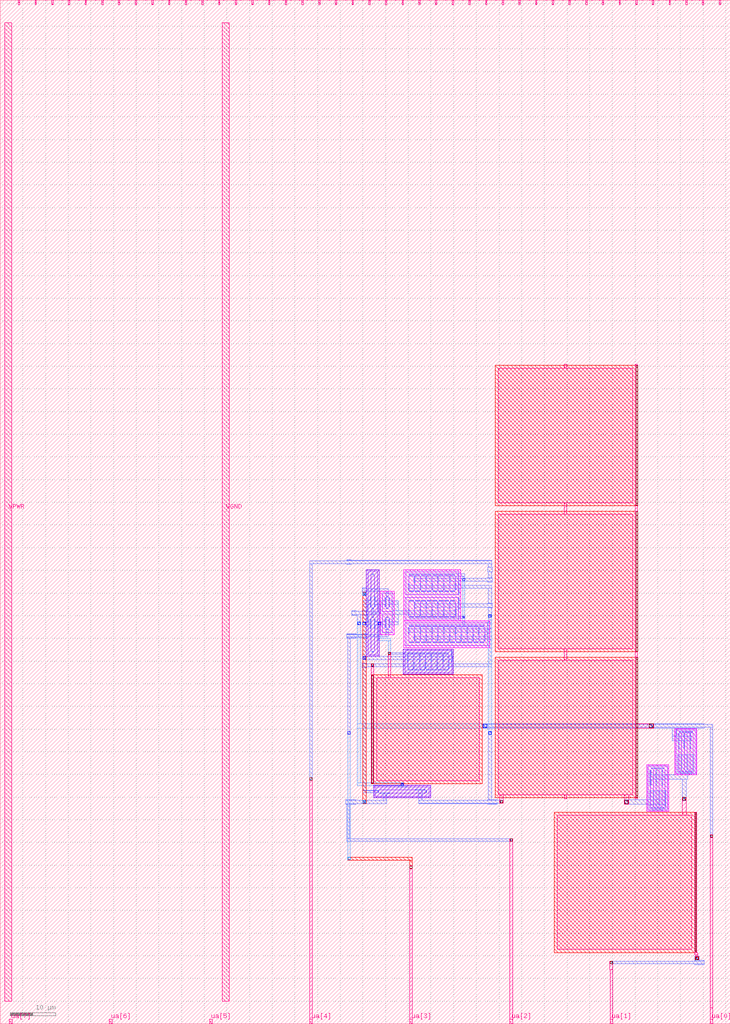
<source format=lef>
VERSION 5.7 ;
  NOWIREEXTENSIONATPIN ON ;
  DIVIDERCHAR "/" ;
  BUSBITCHARS "[]" ;
MACRO tt_um_edsonsilva17_ldo
  CLASS BLOCK ;
  FOREIGN tt_um_edsonsilva17_ldo ;
  ORIGIN 0.000 0.000 ;
  SIZE 161.000 BY 225.760 ;
  PIN clk
    DIRECTION INPUT ;
    USE SIGNAL ;
    PORT
      LAYER met4 ;
        RECT 154.870 224.760 155.170 225.760 ;
    END
  END clk
  PIN ena
    DIRECTION INPUT ;
    USE SIGNAL ;
    PORT
      LAYER met4 ;
        RECT 158.550 224.760 158.850 225.760 ;
    END
  END ena
  PIN rst_n
    DIRECTION INPUT ;
    USE SIGNAL ;
    PORT
      LAYER met4 ;
        RECT 151.190 224.760 151.490 225.760 ;
    END
  END rst_n
  PIN ua[0]
    DIRECTION INOUT ;
    USE SIGNAL ;
    PORT
      LAYER met4 ;
        RECT 156.560 0.000 157.160 1.000 ;
    END
  END ua[0]
  PIN ua[1]
    DIRECTION INOUT ;
    USE SIGNAL ;
    PORT
      LAYER met4 ;
        RECT 134.480 0.000 135.080 1.000 ;
    END
  END ua[1]
  PIN ua[2]
    DIRECTION INOUT ;
    USE SIGNAL ;
    PORT
      LAYER met4 ;
        RECT 112.400 0.000 113.000 1.000 ;
    END
  END ua[2]
  PIN ua[3]
    DIRECTION INOUT ;
    USE SIGNAL ;
    PORT
      LAYER met4 ;
        RECT 90.320 0.000 90.920 1.000 ;
    END
  END ua[3]
  PIN ua[4]
    DIRECTION INOUT ;
    USE SIGNAL ;
    PORT
      LAYER met4 ;
        RECT 68.240 0.000 68.840 1.000 ;
    END
  END ua[4]
  PIN ua[5]
    DIRECTION INOUT ;
    USE SIGNAL ;
    PORT
      LAYER met4 ;
        RECT 46.160 0.000 46.760 1.000 ;
    END
  END ua[5]
  PIN ua[6]
    DIRECTION INOUT ;
    USE SIGNAL ;
    PORT
      LAYER met4 ;
        RECT 24.080 0.000 24.680 1.000 ;
    END
  END ua[6]
  PIN ua[7]
    DIRECTION INOUT ;
    USE SIGNAL ;
    PORT
      LAYER met4 ;
        RECT 2.000 0.000 2.600 1.000 ;
    END
  END ua[7]
  PIN ui_in[0]
    DIRECTION INPUT ;
    USE SIGNAL ;
    PORT
      LAYER met4 ;
        RECT 147.510 224.760 147.810 225.760 ;
    END
  END ui_in[0]
  PIN ui_in[1]
    DIRECTION INPUT ;
    USE SIGNAL ;
    PORT
      LAYER met4 ;
        RECT 143.830 224.760 144.130 225.760 ;
    END
  END ui_in[1]
  PIN ui_in[2]
    DIRECTION INPUT ;
    USE SIGNAL ;
    PORT
      LAYER met4 ;
        RECT 140.150 224.760 140.450 225.760 ;
    END
  END ui_in[2]
  PIN ui_in[3]
    DIRECTION INPUT ;
    USE SIGNAL ;
    PORT
      LAYER met4 ;
        RECT 136.470 224.760 136.770 225.760 ;
    END
  END ui_in[3]
  PIN ui_in[4]
    DIRECTION INPUT ;
    USE SIGNAL ;
    PORT
      LAYER met4 ;
        RECT 132.790 224.760 133.090 225.760 ;
    END
  END ui_in[4]
  PIN ui_in[5]
    DIRECTION INPUT ;
    USE SIGNAL ;
    PORT
      LAYER met4 ;
        RECT 129.110 224.760 129.410 225.760 ;
    END
  END ui_in[5]
  PIN ui_in[6]
    DIRECTION INPUT ;
    USE SIGNAL ;
    PORT
      LAYER met4 ;
        RECT 125.430 224.760 125.730 225.760 ;
    END
  END ui_in[6]
  PIN ui_in[7]
    DIRECTION INPUT ;
    USE SIGNAL ;
    PORT
      LAYER met4 ;
        RECT 121.750 224.760 122.050 225.760 ;
    END
  END ui_in[7]
  PIN uio_in[0]
    DIRECTION INPUT ;
    USE SIGNAL ;
    PORT
      LAYER met4 ;
        RECT 118.070 224.760 118.370 225.760 ;
    END
  END uio_in[0]
  PIN uio_in[1]
    DIRECTION INPUT ;
    USE SIGNAL ;
    PORT
      LAYER met4 ;
        RECT 114.390 224.760 114.690 225.760 ;
    END
  END uio_in[1]
  PIN uio_in[2]
    DIRECTION INPUT ;
    USE SIGNAL ;
    PORT
      LAYER met4 ;
        RECT 110.710 224.760 111.010 225.760 ;
    END
  END uio_in[2]
  PIN uio_in[3]
    DIRECTION INPUT ;
    USE SIGNAL ;
    PORT
      LAYER met4 ;
        RECT 107.030 224.760 107.330 225.760 ;
    END
  END uio_in[3]
  PIN uio_in[4]
    DIRECTION INPUT ;
    USE SIGNAL ;
    PORT
      LAYER met4 ;
        RECT 103.350 224.760 103.650 225.760 ;
    END
  END uio_in[4]
  PIN uio_in[5]
    DIRECTION INPUT ;
    USE SIGNAL ;
    PORT
      LAYER met4 ;
        RECT 99.670 224.760 99.970 225.760 ;
    END
  END uio_in[5]
  PIN uio_in[6]
    DIRECTION INPUT ;
    USE SIGNAL ;
    PORT
      LAYER met4 ;
        RECT 95.990 224.760 96.290 225.760 ;
    END
  END uio_in[6]
  PIN uio_in[7]
    DIRECTION INPUT ;
    USE SIGNAL ;
    PORT
      LAYER met4 ;
        RECT 92.310 224.760 92.610 225.760 ;
    END
  END uio_in[7]
  PIN uio_oe[0]
    DIRECTION OUTPUT TRISTATE ;
    USE SIGNAL ;
    PORT
      LAYER met4 ;
        RECT 29.750 224.760 30.050 225.760 ;
    END
  END uio_oe[0]
  PIN uio_oe[1]
    DIRECTION OUTPUT TRISTATE ;
    USE SIGNAL ;
    PORT
      LAYER met4 ;
        RECT 26.070 224.760 26.370 225.760 ;
    END
  END uio_oe[1]
  PIN uio_oe[2]
    DIRECTION OUTPUT TRISTATE ;
    USE SIGNAL ;
    PORT
      LAYER met4 ;
        RECT 22.390 224.760 22.690 225.760 ;
    END
  END uio_oe[2]
  PIN uio_oe[3]
    DIRECTION OUTPUT TRISTATE ;
    USE SIGNAL ;
    PORT
      LAYER met4 ;
        RECT 18.710 224.760 19.010 225.760 ;
    END
  END uio_oe[3]
  PIN uio_oe[4]
    DIRECTION OUTPUT TRISTATE ;
    USE SIGNAL ;
    PORT
      LAYER met4 ;
        RECT 15.030 224.760 15.330 225.760 ;
    END
  END uio_oe[4]
  PIN uio_oe[5]
    DIRECTION OUTPUT TRISTATE ;
    USE SIGNAL ;
    PORT
      LAYER met4 ;
        RECT 11.350 224.760 11.650 225.760 ;
    END
  END uio_oe[5]
  PIN uio_oe[6]
    DIRECTION OUTPUT TRISTATE ;
    USE SIGNAL ;
    PORT
      LAYER met4 ;
        RECT 7.670 224.760 7.970 225.760 ;
    END
  END uio_oe[6]
  PIN uio_oe[7]
    DIRECTION OUTPUT TRISTATE ;
    USE SIGNAL ;
    PORT
      LAYER met4 ;
        RECT 3.990 224.760 4.290 225.760 ;
    END
  END uio_oe[7]
  PIN uio_out[0]
    DIRECTION OUTPUT TRISTATE ;
    USE SIGNAL ;
    PORT
      LAYER met4 ;
        RECT 59.190 224.760 59.490 225.760 ;
    END
  END uio_out[0]
  PIN uio_out[1]
    DIRECTION OUTPUT TRISTATE ;
    USE SIGNAL ;
    PORT
      LAYER met4 ;
        RECT 55.510 224.760 55.810 225.760 ;
    END
  END uio_out[1]
  PIN uio_out[2]
    DIRECTION OUTPUT TRISTATE ;
    USE SIGNAL ;
    PORT
      LAYER met4 ;
        RECT 51.830 224.760 52.130 225.760 ;
    END
  END uio_out[2]
  PIN uio_out[3]
    DIRECTION OUTPUT TRISTATE ;
    USE SIGNAL ;
    PORT
      LAYER met4 ;
        RECT 48.150 224.760 48.450 225.760 ;
    END
  END uio_out[3]
  PIN uio_out[4]
    DIRECTION OUTPUT TRISTATE ;
    USE SIGNAL ;
    PORT
      LAYER met4 ;
        RECT 44.470 224.760 44.770 225.760 ;
    END
  END uio_out[4]
  PIN uio_out[5]
    DIRECTION OUTPUT TRISTATE ;
    USE SIGNAL ;
    PORT
      LAYER met4 ;
        RECT 40.790 224.760 41.090 225.760 ;
    END
  END uio_out[5]
  PIN uio_out[6]
    DIRECTION OUTPUT TRISTATE ;
    USE SIGNAL ;
    PORT
      LAYER met4 ;
        RECT 37.110 224.760 37.410 225.760 ;
    END
  END uio_out[6]
  PIN uio_out[7]
    DIRECTION OUTPUT TRISTATE ;
    USE SIGNAL ;
    PORT
      LAYER met4 ;
        RECT 33.430 224.760 33.730 225.760 ;
    END
  END uio_out[7]
  PIN uo_out[0]
    DIRECTION OUTPUT TRISTATE ;
    USE SIGNAL ;
    PORT
      LAYER met4 ;
        RECT 88.630 224.760 88.930 225.760 ;
    END
  END uo_out[0]
  PIN uo_out[1]
    DIRECTION OUTPUT TRISTATE ;
    USE SIGNAL ;
    PORT
      LAYER met4 ;
        RECT 84.950 224.760 85.250 225.760 ;
    END
  END uo_out[1]
  PIN uo_out[2]
    DIRECTION OUTPUT TRISTATE ;
    USE SIGNAL ;
    PORT
      LAYER met4 ;
        RECT 81.270 224.760 81.570 225.760 ;
    END
  END uo_out[2]
  PIN uo_out[3]
    DIRECTION OUTPUT TRISTATE ;
    USE SIGNAL ;
    PORT
      LAYER met4 ;
        RECT 77.590 224.760 77.890 225.760 ;
    END
  END uo_out[3]
  PIN uo_out[4]
    DIRECTION OUTPUT TRISTATE ;
    USE SIGNAL ;
    PORT
      LAYER met4 ;
        RECT 73.910 224.760 74.210 225.760 ;
    END
  END uo_out[4]
  PIN uo_out[5]
    DIRECTION OUTPUT TRISTATE ;
    USE SIGNAL ;
    PORT
      LAYER met4 ;
        RECT 70.230 224.760 70.530 225.760 ;
    END
  END uo_out[5]
  PIN uo_out[6]
    DIRECTION OUTPUT TRISTATE ;
    USE SIGNAL ;
    PORT
      LAYER met4 ;
        RECT 66.550 224.760 66.850 225.760 ;
    END
  END uo_out[6]
  PIN uo_out[7]
    DIRECTION OUTPUT TRISTATE ;
    USE SIGNAL ;
    PORT
      LAYER met4 ;
        RECT 62.870 224.760 63.170 225.760 ;
    END
  END uo_out[7]
  PIN VPWR
    DIRECTION INOUT ;
    USE POWER ;
    PORT
      LAYER met4 ;
        RECT 1.000 5.000 2.500 220.760 ;
    END
  END VPWR
  PIN VGND
    DIRECTION INOUT ;
    USE GROUND ;
    PORT
      LAYER met4 ;
        RECT 49.000 5.000 50.500 220.760 ;
    END
  END VGND
  OBS
      LAYER pwell ;
        RECT 80.760 81.060 83.540 100.140 ;
      LAYER nwell ;
        RECT 83.820 85.830 86.900 95.400 ;
        RECT 88.940 88.900 101.550 100.150 ;
        RECT 88.940 82.930 108.000 88.900 ;
      LAYER pwell ;
        RECT 88.920 77.060 99.940 82.640 ;
        RECT 82.385 49.815 94.965 52.595 ;
      LAYER nwell ;
        RECT 142.580 46.910 147.450 57.100 ;
        RECT 148.780 54.910 153.650 65.100 ;
      LAYER li1 ;
        RECT 81.000 99.730 83.300 99.900 ;
        RECT 81.000 90.970 81.170 99.730 ;
        RECT 81.900 99.040 82.400 99.210 ;
        RECT 81.670 91.830 81.840 98.870 ;
        RECT 82.460 91.830 82.630 98.870 ;
        RECT 81.900 91.490 82.400 91.660 ;
        RECT 83.130 90.970 83.300 99.730 ;
        RECT 89.330 99.590 101.160 99.760 ;
        RECT 81.000 90.800 83.300 90.970 ;
        RECT 84.210 94.840 86.510 95.010 ;
        RECT 84.210 90.990 84.380 94.840 ;
        RECT 85.110 94.150 85.610 94.320 ;
        RECT 84.880 91.895 85.050 93.935 ;
        RECT 85.670 91.895 85.840 93.935 ;
        RECT 85.110 91.510 85.610 91.680 ;
        RECT 86.340 90.990 86.510 94.840 ;
        RECT 89.330 94.740 89.500 99.590 ;
        RECT 90.230 98.900 91.230 99.070 ;
        RECT 91.520 98.900 92.520 99.070 ;
        RECT 92.810 98.900 93.810 99.070 ;
        RECT 94.100 98.900 95.100 99.070 ;
        RECT 95.390 98.900 96.390 99.070 ;
        RECT 96.680 98.900 97.680 99.070 ;
        RECT 97.970 98.900 98.970 99.070 ;
        RECT 99.260 98.900 100.260 99.070 ;
        RECT 90.000 95.645 90.170 98.685 ;
        RECT 91.290 95.645 91.460 98.685 ;
        RECT 92.580 95.645 92.750 98.685 ;
        RECT 93.870 95.645 94.040 98.685 ;
        RECT 95.160 95.645 95.330 98.685 ;
        RECT 96.450 95.645 96.620 98.685 ;
        RECT 97.740 95.645 97.910 98.685 ;
        RECT 99.030 95.645 99.200 98.685 ;
        RECT 100.320 95.645 100.490 98.685 ;
        RECT 90.230 95.260 91.230 95.430 ;
        RECT 91.520 95.260 92.520 95.430 ;
        RECT 92.810 95.260 93.810 95.430 ;
        RECT 94.100 95.260 95.100 95.430 ;
        RECT 95.390 95.260 96.390 95.430 ;
        RECT 96.680 95.260 97.680 95.430 ;
        RECT 97.970 95.260 98.970 95.430 ;
        RECT 99.260 95.260 100.260 95.430 ;
        RECT 100.990 94.740 101.160 99.590 ;
        RECT 89.330 94.570 101.160 94.740 ;
        RECT 84.210 90.820 86.510 90.990 ;
        RECT 89.330 93.940 101.160 94.110 ;
        RECT 81.000 90.230 83.300 90.400 ;
        RECT 81.000 81.470 81.170 90.230 ;
        RECT 81.900 89.540 82.400 89.710 ;
        RECT 81.670 82.330 81.840 89.370 ;
        RECT 82.460 82.330 82.630 89.370 ;
        RECT 81.900 81.990 82.400 82.160 ;
        RECT 83.130 81.470 83.300 90.230 ;
        RECT 84.210 90.240 86.510 90.410 ;
        RECT 84.210 86.390 84.380 90.240 ;
        RECT 85.110 89.550 85.610 89.720 ;
        RECT 84.880 87.295 85.050 89.335 ;
        RECT 85.670 87.295 85.840 89.335 ;
        RECT 85.110 86.910 85.610 87.080 ;
        RECT 86.340 86.390 86.510 90.240 ;
        RECT 89.330 89.090 89.500 93.940 ;
        RECT 90.230 93.250 91.230 93.420 ;
        RECT 91.520 93.250 92.520 93.420 ;
        RECT 92.810 93.250 93.810 93.420 ;
        RECT 94.100 93.250 95.100 93.420 ;
        RECT 95.390 93.250 96.390 93.420 ;
        RECT 96.680 93.250 97.680 93.420 ;
        RECT 97.970 93.250 98.970 93.420 ;
        RECT 99.260 93.250 100.260 93.420 ;
        RECT 90.000 89.995 90.170 93.035 ;
        RECT 91.290 89.995 91.460 93.035 ;
        RECT 92.580 89.995 92.750 93.035 ;
        RECT 93.870 89.995 94.040 93.035 ;
        RECT 95.160 89.995 95.330 93.035 ;
        RECT 96.450 89.995 96.620 93.035 ;
        RECT 97.740 89.995 97.910 93.035 ;
        RECT 99.030 89.995 99.200 93.035 ;
        RECT 100.320 89.995 100.490 93.035 ;
        RECT 90.230 89.610 91.230 89.780 ;
        RECT 91.520 89.610 92.520 89.780 ;
        RECT 92.810 89.610 93.810 89.780 ;
        RECT 94.100 89.610 95.100 89.780 ;
        RECT 95.390 89.610 96.390 89.780 ;
        RECT 96.680 89.610 97.680 89.780 ;
        RECT 97.970 89.610 98.970 89.780 ;
        RECT 99.260 89.610 100.260 89.780 ;
        RECT 100.990 89.090 101.160 93.940 ;
        RECT 89.330 88.920 101.160 89.090 ;
        RECT 84.210 86.220 86.510 86.390 ;
        RECT 89.330 88.340 107.610 88.510 ;
        RECT 89.330 83.490 89.500 88.340 ;
        RECT 90.230 87.650 91.230 87.820 ;
        RECT 91.520 87.650 92.520 87.820 ;
        RECT 92.810 87.650 93.810 87.820 ;
        RECT 94.100 87.650 95.100 87.820 ;
        RECT 95.390 87.650 96.390 87.820 ;
        RECT 96.680 87.650 97.680 87.820 ;
        RECT 97.970 87.650 98.970 87.820 ;
        RECT 99.260 87.650 100.260 87.820 ;
        RECT 100.550 87.650 101.550 87.820 ;
        RECT 101.840 87.650 102.840 87.820 ;
        RECT 103.130 87.650 104.130 87.820 ;
        RECT 104.420 87.650 105.420 87.820 ;
        RECT 105.710 87.650 106.710 87.820 ;
        RECT 90.000 84.395 90.170 87.435 ;
        RECT 91.290 84.395 91.460 87.435 ;
        RECT 92.580 84.395 92.750 87.435 ;
        RECT 93.870 84.395 94.040 87.435 ;
        RECT 95.160 84.395 95.330 87.435 ;
        RECT 96.450 84.395 96.620 87.435 ;
        RECT 97.740 84.395 97.910 87.435 ;
        RECT 99.030 84.395 99.200 87.435 ;
        RECT 100.320 84.395 100.490 87.435 ;
        RECT 101.610 84.395 101.780 87.435 ;
        RECT 102.900 84.395 103.070 87.435 ;
        RECT 104.190 84.395 104.360 87.435 ;
        RECT 105.480 84.395 105.650 87.435 ;
        RECT 106.770 84.395 106.940 87.435 ;
        RECT 90.230 84.010 91.230 84.180 ;
        RECT 91.520 84.010 92.520 84.180 ;
        RECT 92.810 84.010 93.810 84.180 ;
        RECT 94.100 84.010 95.100 84.180 ;
        RECT 95.390 84.010 96.390 84.180 ;
        RECT 96.680 84.010 97.680 84.180 ;
        RECT 97.970 84.010 98.970 84.180 ;
        RECT 99.260 84.010 100.260 84.180 ;
        RECT 100.550 84.010 101.550 84.180 ;
        RECT 101.840 84.010 102.840 84.180 ;
        RECT 103.130 84.010 104.130 84.180 ;
        RECT 104.420 84.010 105.420 84.180 ;
        RECT 105.710 84.010 106.710 84.180 ;
        RECT 107.440 83.490 107.610 88.340 ;
        RECT 89.330 83.320 107.610 83.490 ;
        RECT 81.000 81.300 83.300 81.470 ;
        RECT 89.160 82.230 99.700 82.400 ;
        RECT 89.160 77.470 89.330 82.230 ;
        RECT 90.060 81.540 91.060 81.710 ;
        RECT 91.350 81.540 92.350 81.710 ;
        RECT 92.640 81.540 93.640 81.710 ;
        RECT 93.930 81.540 94.930 81.710 ;
        RECT 95.220 81.540 96.220 81.710 ;
        RECT 96.510 81.540 97.510 81.710 ;
        RECT 97.800 81.540 98.800 81.710 ;
        RECT 89.830 78.330 90.000 81.370 ;
        RECT 91.120 78.330 91.290 81.370 ;
        RECT 92.410 78.330 92.580 81.370 ;
        RECT 93.700 78.330 93.870 81.370 ;
        RECT 94.990 78.330 95.160 81.370 ;
        RECT 96.280 78.330 96.450 81.370 ;
        RECT 97.570 78.330 97.740 81.370 ;
        RECT 98.860 78.330 99.030 81.370 ;
        RECT 90.060 77.990 91.060 78.160 ;
        RECT 91.350 77.990 92.350 78.160 ;
        RECT 92.640 77.990 93.640 78.160 ;
        RECT 93.930 77.990 94.930 78.160 ;
        RECT 95.220 77.990 96.220 78.160 ;
        RECT 96.510 77.990 97.510 78.160 ;
        RECT 97.800 77.990 98.800 78.160 ;
        RECT 99.530 77.470 99.700 82.230 ;
        RECT 89.160 77.300 99.700 77.470 ;
        RECT 148.960 64.750 153.470 64.920 ;
        RECT 142.760 56.750 147.270 56.920 ;
        RECT 82.625 52.185 94.725 52.355 ;
        RECT 82.625 50.225 82.795 52.185 ;
        RECT 83.655 51.515 93.695 51.685 ;
        RECT 83.315 50.955 83.485 51.455 ;
        RECT 93.865 50.955 94.035 51.455 ;
        RECT 83.655 50.725 93.695 50.895 ;
        RECT 94.555 50.225 94.725 52.185 ;
        RECT 82.625 50.055 94.725 50.225 ;
        RECT 142.760 47.260 142.930 56.750 ;
        RECT 143.560 56.240 143.910 56.410 ;
        RECT 144.200 56.240 144.550 56.410 ;
        RECT 144.840 56.240 145.190 56.410 ;
        RECT 145.480 56.240 145.830 56.410 ;
        RECT 146.120 56.240 146.470 56.410 ;
        RECT 143.330 47.985 143.500 56.025 ;
        RECT 143.970 47.985 144.140 56.025 ;
        RECT 144.610 47.985 144.780 56.025 ;
        RECT 145.250 47.985 145.420 56.025 ;
        RECT 145.890 47.985 146.060 56.025 ;
        RECT 146.530 47.985 146.700 56.025 ;
        RECT 143.560 47.600 143.910 47.770 ;
        RECT 144.200 47.600 144.550 47.770 ;
        RECT 144.840 47.600 145.190 47.770 ;
        RECT 145.480 47.600 145.830 47.770 ;
        RECT 146.120 47.600 146.470 47.770 ;
        RECT 147.100 47.260 147.270 56.750 ;
        RECT 148.960 55.260 149.130 64.750 ;
        RECT 149.760 64.240 150.110 64.410 ;
        RECT 150.400 64.240 150.750 64.410 ;
        RECT 151.040 64.240 151.390 64.410 ;
        RECT 151.680 64.240 152.030 64.410 ;
        RECT 152.320 64.240 152.670 64.410 ;
        RECT 149.530 55.985 149.700 64.025 ;
        RECT 150.170 55.985 150.340 64.025 ;
        RECT 150.810 55.985 150.980 64.025 ;
        RECT 151.450 55.985 151.620 64.025 ;
        RECT 152.090 55.985 152.260 64.025 ;
        RECT 152.730 55.985 152.900 64.025 ;
        RECT 149.760 55.600 150.110 55.770 ;
        RECT 150.400 55.600 150.750 55.770 ;
        RECT 151.040 55.600 151.390 55.770 ;
        RECT 151.680 55.600 152.030 55.770 ;
        RECT 152.320 55.600 152.670 55.770 ;
        RECT 153.300 55.260 153.470 64.750 ;
        RECT 148.960 55.090 153.470 55.260 ;
        RECT 142.760 47.090 147.270 47.260 ;
      LAYER mcon ;
        RECT 81.980 99.040 82.320 99.210 ;
        RECT 81.670 91.995 81.840 94.060 ;
        RECT 82.460 91.995 82.630 94.060 ;
        RECT 81.980 91.490 82.320 91.660 ;
        RECT 85.190 94.150 85.530 94.320 ;
        RECT 84.880 91.975 85.050 93.855 ;
        RECT 85.670 91.975 85.840 93.855 ;
        RECT 90.310 98.900 91.150 99.070 ;
        RECT 91.600 98.900 92.440 99.070 ;
        RECT 92.890 98.900 93.730 99.070 ;
        RECT 94.180 98.900 95.020 99.070 ;
        RECT 95.470 98.900 96.310 99.070 ;
        RECT 96.760 98.900 97.600 99.070 ;
        RECT 98.050 98.900 98.890 99.070 ;
        RECT 99.340 98.900 100.180 99.070 ;
        RECT 90.000 95.810 90.170 96.960 ;
        RECT 91.290 97.370 91.460 98.520 ;
        RECT 92.580 95.810 92.750 96.960 ;
        RECT 93.870 97.370 94.040 98.520 ;
        RECT 95.160 95.810 95.330 96.960 ;
        RECT 96.450 97.370 96.620 98.520 ;
        RECT 97.740 95.810 97.910 96.960 ;
        RECT 99.030 97.370 99.200 98.520 ;
        RECT 100.320 95.810 100.490 96.960 ;
        RECT 90.310 95.260 91.150 95.430 ;
        RECT 91.600 95.260 92.440 95.430 ;
        RECT 92.890 95.260 93.730 95.430 ;
        RECT 94.180 95.260 95.020 95.430 ;
        RECT 95.470 95.260 96.310 95.430 ;
        RECT 96.760 95.260 97.600 95.430 ;
        RECT 98.050 95.260 98.890 95.430 ;
        RECT 99.340 95.260 100.180 95.430 ;
        RECT 86.340 92.625 86.510 93.205 ;
        RECT 85.190 91.510 85.530 91.680 ;
        RECT 81.000 87.600 81.170 90.230 ;
        RECT 81.980 89.540 82.320 89.710 ;
        RECT 81.670 87.140 81.840 89.205 ;
        RECT 82.460 87.140 82.630 89.205 ;
        RECT 81.980 81.990 82.320 82.160 ;
        RECT 85.190 89.550 85.530 89.720 ;
        RECT 84.880 87.375 85.050 89.255 ;
        RECT 85.670 87.375 85.840 89.255 ;
        RECT 90.310 93.250 91.150 93.420 ;
        RECT 91.600 93.250 92.440 93.420 ;
        RECT 92.890 93.250 93.730 93.420 ;
        RECT 94.180 93.250 95.020 93.420 ;
        RECT 95.470 93.250 96.310 93.420 ;
        RECT 96.760 93.250 97.600 93.420 ;
        RECT 98.050 93.250 98.890 93.420 ;
        RECT 99.340 93.250 100.180 93.420 ;
        RECT 90.000 90.160 90.170 91.310 ;
        RECT 91.290 91.720 91.460 92.870 ;
        RECT 92.580 90.160 92.750 91.310 ;
        RECT 93.870 91.720 94.040 92.870 ;
        RECT 95.160 90.160 95.330 91.310 ;
        RECT 96.450 91.720 96.620 92.870 ;
        RECT 97.740 90.160 97.910 91.310 ;
        RECT 99.030 91.720 99.200 92.870 ;
        RECT 100.320 90.160 100.490 91.310 ;
        RECT 100.990 91.515 101.160 93.940 ;
        RECT 90.310 89.610 91.150 89.780 ;
        RECT 91.600 89.610 92.440 89.780 ;
        RECT 92.890 89.610 93.730 89.780 ;
        RECT 94.180 89.610 95.020 89.780 ;
        RECT 95.470 89.610 96.310 89.780 ;
        RECT 96.760 89.610 97.600 89.780 ;
        RECT 98.050 89.610 98.890 89.780 ;
        RECT 99.340 89.610 100.180 89.780 ;
        RECT 86.340 88.025 86.510 88.605 ;
        RECT 85.190 86.910 85.530 87.080 ;
        RECT 90.310 87.650 91.150 87.820 ;
        RECT 91.600 87.650 92.440 87.820 ;
        RECT 92.890 87.650 93.730 87.820 ;
        RECT 94.180 87.650 95.020 87.820 ;
        RECT 95.470 87.650 96.310 87.820 ;
        RECT 96.760 87.650 97.600 87.820 ;
        RECT 98.050 87.650 98.890 87.820 ;
        RECT 99.340 87.650 100.180 87.820 ;
        RECT 100.630 87.650 101.470 87.820 ;
        RECT 101.920 87.650 102.760 87.820 ;
        RECT 103.210 87.650 104.050 87.820 ;
        RECT 104.500 87.650 105.340 87.820 ;
        RECT 105.790 87.650 106.630 87.820 ;
        RECT 90.000 86.120 90.170 87.270 ;
        RECT 91.290 84.560 91.460 85.710 ;
        RECT 92.580 86.120 92.750 87.270 ;
        RECT 93.870 84.560 94.040 85.710 ;
        RECT 95.160 86.120 95.330 87.270 ;
        RECT 96.450 84.560 96.620 85.710 ;
        RECT 97.740 86.120 97.910 87.270 ;
        RECT 99.030 84.560 99.200 85.710 ;
        RECT 100.320 86.120 100.490 87.270 ;
        RECT 101.610 84.560 101.780 85.710 ;
        RECT 102.900 86.120 103.070 87.270 ;
        RECT 104.190 84.560 104.360 85.710 ;
        RECT 105.480 86.120 105.650 87.270 ;
        RECT 106.770 84.560 106.940 85.710 ;
        RECT 107.440 85.915 107.610 88.340 ;
        RECT 90.310 84.010 91.150 84.180 ;
        RECT 91.600 84.010 92.440 84.180 ;
        RECT 92.890 84.010 93.730 84.180 ;
        RECT 94.180 84.010 95.020 84.180 ;
        RECT 95.470 84.010 96.310 84.180 ;
        RECT 96.760 84.010 97.600 84.180 ;
        RECT 98.050 84.010 98.890 84.180 ;
        RECT 99.340 84.010 100.180 84.180 ;
        RECT 100.630 84.010 101.470 84.180 ;
        RECT 101.920 84.010 102.760 84.180 ;
        RECT 103.210 84.010 104.050 84.180 ;
        RECT 104.500 84.010 105.340 84.180 ;
        RECT 105.790 84.010 106.630 84.180 ;
        RECT 90.140 81.540 90.980 81.710 ;
        RECT 91.430 81.540 92.270 81.710 ;
        RECT 92.720 81.540 93.560 81.710 ;
        RECT 94.010 81.540 94.850 81.710 ;
        RECT 95.300 81.540 96.140 81.710 ;
        RECT 96.590 81.540 97.430 81.710 ;
        RECT 97.880 81.540 98.720 81.710 ;
        RECT 89.830 80.055 90.000 81.205 ;
        RECT 91.120 78.495 91.290 79.645 ;
        RECT 92.410 80.055 92.580 81.205 ;
        RECT 93.700 78.495 93.870 79.645 ;
        RECT 94.990 80.055 95.160 81.205 ;
        RECT 96.280 78.495 96.450 79.645 ;
        RECT 97.570 80.055 97.740 81.205 ;
        RECT 98.860 78.495 99.030 79.645 ;
        RECT 99.530 79.850 99.700 82.230 ;
        RECT 90.140 77.990 90.980 78.160 ;
        RECT 91.430 77.990 92.270 78.160 ;
        RECT 92.720 77.990 93.560 78.160 ;
        RECT 94.010 77.990 94.850 78.160 ;
        RECT 95.300 77.990 96.140 78.160 ;
        RECT 96.590 77.990 97.430 78.160 ;
        RECT 97.880 77.990 98.720 78.160 ;
        RECT 87.795 52.185 89.555 52.355 ;
        RECT 91.555 51.515 93.530 51.685 ;
        RECT 83.315 51.035 83.485 51.375 ;
        RECT 93.865 51.035 94.035 51.375 ;
        RECT 83.820 50.725 85.795 50.895 ;
        RECT 143.640 56.240 143.830 56.410 ;
        RECT 144.280 56.240 144.470 56.410 ;
        RECT 144.920 56.240 145.110 56.410 ;
        RECT 145.560 56.240 145.750 56.410 ;
        RECT 146.200 56.240 146.390 56.410 ;
        RECT 143.330 52.710 143.500 55.860 ;
        RECT 143.970 48.150 144.140 51.300 ;
        RECT 144.610 52.710 144.780 55.860 ;
        RECT 145.250 48.150 145.420 51.300 ;
        RECT 145.890 52.710 146.060 55.860 ;
        RECT 146.530 48.150 146.700 51.300 ;
        RECT 143.640 47.600 143.830 47.770 ;
        RECT 144.280 47.600 144.470 47.770 ;
        RECT 144.920 47.600 145.110 47.770 ;
        RECT 145.560 47.600 145.750 47.770 ;
        RECT 146.200 47.600 146.390 47.770 ;
        RECT 149.840 64.240 150.030 64.410 ;
        RECT 150.480 64.240 150.670 64.410 ;
        RECT 151.120 64.240 151.310 64.410 ;
        RECT 151.760 64.240 151.950 64.410 ;
        RECT 152.400 64.240 152.590 64.410 ;
        RECT 149.530 60.710 149.700 63.860 ;
        RECT 150.170 56.150 150.340 59.300 ;
        RECT 150.810 60.710 150.980 63.860 ;
        RECT 151.450 56.150 151.620 59.300 ;
        RECT 152.090 60.710 152.260 63.860 ;
        RECT 152.730 56.150 152.900 59.300 ;
        RECT 149.840 55.600 150.030 55.770 ;
        RECT 150.480 55.600 150.670 55.770 ;
        RECT 151.120 55.600 151.310 55.770 ;
        RECT 151.760 55.600 151.950 55.770 ;
        RECT 152.400 55.600 152.590 55.770 ;
        RECT 150.175 55.090 152.255 55.260 ;
        RECT 143.975 47.090 146.055 47.260 ;
      LAYER met1 ;
        RECT 76.400 102.200 77.400 102.300 ;
        RECT 76.400 102.100 108.400 102.200 ;
        RECT 68.250 101.500 108.400 102.100 ;
        RECT 68.250 53.700 68.850 101.500 ;
        RECT 76.400 101.400 108.400 101.500 ;
        RECT 76.400 101.300 77.400 101.400 ;
        RECT 107.600 100.650 108.400 101.400 ;
        RECT 107.500 99.650 108.500 100.650 ;
        RECT 81.920 99.010 82.380 99.240 ;
        RECT 90.200 98.750 102.450 99.200 ;
        RECT 91.260 98.300 91.490 98.580 ;
        RECT 93.840 98.300 94.070 98.580 ;
        RECT 96.420 98.300 96.650 98.580 ;
        RECT 99.000 98.300 99.230 98.580 ;
        RECT 102.000 98.300 102.450 98.750 ;
        RECT 107.600 98.400 108.400 99.650 ;
        RECT 107.500 98.300 108.500 98.400 ;
        RECT 91.250 97.550 108.500 98.300 ;
        RECT 91.260 97.310 91.490 97.550 ;
        RECT 93.840 97.310 94.070 97.550 ;
        RECT 96.420 97.310 96.650 97.550 ;
        RECT 99.000 97.310 99.230 97.550 ;
        RECT 107.500 97.400 108.500 97.550 ;
        RECT 89.970 96.750 90.200 97.020 ;
        RECT 92.550 96.750 92.780 97.020 ;
        RECT 95.130 96.750 95.360 97.020 ;
        RECT 97.710 96.750 97.940 97.020 ;
        RECT 100.290 96.750 100.520 97.020 ;
        RECT 100.960 96.750 101.190 97.225 ;
        RECT 79.800 95.900 80.800 96.150 ;
        RECT 89.970 96.000 108.400 96.750 ;
        RECT 79.800 95.400 85.600 95.900 ;
        RECT 89.970 95.750 90.200 96.000 ;
        RECT 92.550 95.750 92.780 96.000 ;
        RECT 95.130 95.750 95.360 96.000 ;
        RECT 97.710 95.750 97.940 96.000 ;
        RECT 100.290 95.750 100.520 96.000 ;
        RECT 79.800 95.150 80.800 95.400 ;
        RECT 79.900 94.400 80.700 95.150 ;
        RECT 80.970 93.300 81.200 93.660 ;
        RECT 81.640 93.300 81.870 94.120 ;
        RECT 79.900 92.550 81.870 93.300 ;
        RECT 79.900 91.100 80.700 92.550 ;
        RECT 77.550 91.000 78.550 91.100 ;
        RECT 79.800 91.000 80.800 91.100 ;
        RECT 77.550 90.200 80.800 91.000 ;
        RECT 80.970 90.910 81.200 92.550 ;
        RECT 81.640 91.935 81.870 92.550 ;
        RECT 82.430 93.300 82.660 94.120 ;
        RECT 85.100 94.100 85.600 95.400 ;
        RECT 90.250 95.230 91.210 95.460 ;
        RECT 91.540 95.230 92.500 95.460 ;
        RECT 92.830 95.230 93.790 95.460 ;
        RECT 94.120 95.230 95.080 95.460 ;
        RECT 95.410 95.230 96.370 95.460 ;
        RECT 96.700 95.230 97.660 95.460 ;
        RECT 97.990 95.230 98.950 95.460 ;
        RECT 99.280 95.230 100.240 95.460 ;
        RECT 100.960 94.680 101.190 96.000 ;
        RECT 84.850 93.300 85.080 93.915 ;
        RECT 82.430 92.550 85.080 93.300 ;
        RECT 82.430 91.935 82.660 92.550 ;
        RECT 81.900 90.750 82.400 91.700 ;
        RECT 83.400 90.750 83.900 92.550 ;
        RECT 84.850 91.915 85.080 92.550 ;
        RECT 85.640 93.300 85.870 93.915 ;
        RECT 85.640 92.550 87.750 93.300 ;
        RECT 90.250 93.220 91.210 93.450 ;
        RECT 91.540 93.220 92.500 93.450 ;
        RECT 92.830 93.220 93.790 93.450 ;
        RECT 94.120 93.220 95.080 93.450 ;
        RECT 95.410 93.220 96.370 93.450 ;
        RECT 96.700 93.220 97.660 93.450 ;
        RECT 97.990 93.220 98.950 93.450 ;
        RECT 99.280 93.220 100.240 93.450 ;
        RECT 85.640 91.915 85.870 92.550 ;
        RECT 85.130 91.480 85.590 91.710 ;
        RECT 81.900 90.450 83.900 90.750 ;
        RECT 86.600 91.100 87.750 92.550 ;
        RECT 91.260 92.650 91.490 92.930 ;
        RECT 93.840 92.650 94.070 92.930 ;
        RECT 96.420 92.650 96.650 92.930 ;
        RECT 99.000 92.650 99.230 92.930 ;
        RECT 100.960 92.650 101.190 94.000 ;
        RECT 107.600 92.750 108.400 96.000 ;
        RECT 107.500 92.650 108.500 92.750 ;
        RECT 91.260 91.900 108.500 92.650 ;
        RECT 91.260 91.660 91.490 91.900 ;
        RECT 93.840 91.660 94.070 91.900 ;
        RECT 96.420 91.660 96.650 91.900 ;
        RECT 99.000 91.660 99.230 91.900 ;
        RECT 100.960 91.455 101.190 91.900 ;
        RECT 107.500 91.750 108.500 91.900 ;
        RECT 89.970 91.100 90.200 91.370 ;
        RECT 92.550 91.100 92.780 91.370 ;
        RECT 95.130 91.100 95.360 91.370 ;
        RECT 97.710 91.100 97.940 91.370 ;
        RECT 100.290 91.100 100.520 91.370 ;
        RECT 77.550 90.100 78.550 90.200 ;
        RECT 78.750 87.950 79.550 90.200 ;
        RECT 79.800 90.100 80.800 90.200 ;
        RECT 79.900 88.700 80.700 90.100 ;
        RECT 80.970 88.700 81.200 90.290 ;
        RECT 81.900 89.500 82.400 90.450 ;
        RECT 86.600 90.350 100.520 91.100 ;
        RECT 85.130 89.520 85.590 89.750 ;
        RECT 81.640 88.700 81.870 89.265 ;
        RECT 79.900 87.950 81.870 88.700 ;
        RECT 80.970 87.540 81.200 87.950 ;
        RECT 81.640 87.080 81.870 87.950 ;
        RECT 82.430 88.700 82.660 89.265 ;
        RECT 84.850 88.700 85.080 89.315 ;
        RECT 82.430 87.950 85.080 88.700 ;
        RECT 82.430 87.080 82.660 87.950 ;
        RECT 84.850 87.315 85.080 87.950 ;
        RECT 85.640 88.700 85.870 89.315 ;
        RECT 86.600 88.700 87.750 90.350 ;
        RECT 89.970 90.100 90.200 90.350 ;
        RECT 92.550 90.100 92.780 90.350 ;
        RECT 95.130 90.100 95.360 90.350 ;
        RECT 97.710 90.100 97.940 90.350 ;
        RECT 100.290 90.100 100.520 90.350 ;
        RECT 90.200 89.450 102.450 89.900 ;
        RECT 85.640 87.950 87.750 88.700 ;
        RECT 102.000 88.000 102.450 89.450 ;
        RECT 107.600 88.400 108.400 91.750 ;
        RECT 85.640 87.315 85.870 87.950 ;
        RECT 90.200 87.550 106.700 88.000 ;
        RECT 85.130 87.100 85.590 87.110 ;
        RECT 89.970 87.100 90.200 87.330 ;
        RECT 92.550 87.100 92.780 87.330 ;
        RECT 95.130 87.100 95.360 87.330 ;
        RECT 97.710 87.100 97.940 87.330 ;
        RECT 100.290 87.100 100.520 87.330 ;
        RECT 102.870 87.100 103.100 87.330 ;
        RECT 105.450 87.100 105.680 87.330 ;
        RECT 107.410 87.100 108.400 88.400 ;
        RECT 76.400 85.950 78.550 86.050 ;
        RECT 79.800 85.950 80.800 86.050 ;
        RECT 76.400 85.800 80.800 85.950 ;
        RECT 85.100 85.800 85.600 87.100 ;
        RECT 89.950 86.350 108.400 87.100 ;
        RECT 89.970 86.060 90.200 86.350 ;
        RECT 92.550 86.060 92.780 86.350 ;
        RECT 95.130 86.060 95.360 86.350 ;
        RECT 97.710 86.060 97.940 86.350 ;
        RECT 100.290 86.060 100.520 86.350 ;
        RECT 102.870 86.060 103.100 86.350 ;
        RECT 105.450 86.060 105.680 86.350 ;
        RECT 107.410 85.855 107.640 86.350 ;
        RECT 76.400 85.300 85.600 85.800 ;
        RECT 91.260 85.500 91.490 85.770 ;
        RECT 93.840 85.500 94.070 85.770 ;
        RECT 96.420 85.500 96.650 85.770 ;
        RECT 99.000 85.500 99.230 85.770 ;
        RECT 101.580 85.500 101.810 85.770 ;
        RECT 104.160 85.500 104.390 85.770 ;
        RECT 106.740 85.500 106.970 85.770 ;
        RECT 76.400 85.150 80.800 85.300 ;
        RECT 76.400 85.050 78.550 85.150 ;
        RECT 79.800 85.050 80.800 85.150 ;
        RECT 76.600 63.800 77.200 85.050 ;
        RECT 91.250 84.750 108.400 85.500 ;
        RECT 91.260 84.500 91.490 84.750 ;
        RECT 93.840 84.500 94.070 84.750 ;
        RECT 96.420 84.500 96.650 84.750 ;
        RECT 99.000 84.500 99.230 84.750 ;
        RECT 101.580 84.500 101.810 84.750 ;
        RECT 104.160 84.500 104.390 84.750 ;
        RECT 106.740 84.500 106.970 84.750 ;
        RECT 90.250 83.980 91.210 84.210 ;
        RECT 91.540 83.980 92.500 84.210 ;
        RECT 92.830 83.980 93.790 84.210 ;
        RECT 94.120 83.980 95.080 84.210 ;
        RECT 95.410 83.980 96.370 84.210 ;
        RECT 96.700 83.980 97.660 84.210 ;
        RECT 97.990 83.980 98.950 84.210 ;
        RECT 99.280 83.980 100.240 84.210 ;
        RECT 100.570 83.980 101.530 84.210 ;
        RECT 101.860 83.980 102.820 84.210 ;
        RECT 103.150 83.980 104.110 84.210 ;
        RECT 104.440 83.980 105.400 84.210 ;
        RECT 105.730 83.980 106.690 84.210 ;
        RECT 81.920 81.960 82.380 82.190 ;
        RECT 85.550 81.850 86.100 81.900 ;
        RECT 85.550 81.500 98.800 81.850 ;
        RECT 85.550 81.450 86.100 81.500 ;
        RECT 89.800 81.000 90.030 81.265 ;
        RECT 92.380 81.000 92.610 81.265 ;
        RECT 94.960 81.000 95.190 81.265 ;
        RECT 97.540 81.000 97.770 81.265 ;
        RECT 99.500 81.000 99.730 82.290 ;
        RECT 79.900 80.250 99.750 81.000 ;
        RECT 89.800 79.995 90.030 80.250 ;
        RECT 92.380 79.995 92.610 80.250 ;
        RECT 94.960 79.995 95.190 80.250 ;
        RECT 97.540 79.995 97.770 80.250 ;
        RECT 99.500 79.790 99.730 80.250 ;
        RECT 79.800 79.450 80.800 79.550 ;
        RECT 91.090 79.450 91.320 79.705 ;
        RECT 93.670 79.450 93.900 79.705 ;
        RECT 96.250 79.450 96.480 79.705 ;
        RECT 98.830 79.450 99.060 79.705 ;
        RECT 107.600 79.450 108.400 84.750 ;
        RECT 79.800 78.700 108.400 79.450 ;
        RECT 79.800 78.550 80.800 78.700 ;
        RECT 79.900 51.450 80.700 78.550 ;
        RECT 91.090 78.435 91.320 78.700 ;
        RECT 93.670 78.435 93.900 78.700 ;
        RECT 96.250 78.435 96.480 78.700 ;
        RECT 98.830 78.435 99.060 78.700 ;
        RECT 90.080 77.960 91.040 78.190 ;
        RECT 91.370 77.960 92.330 78.190 ;
        RECT 92.660 77.960 93.620 78.190 ;
        RECT 93.950 77.960 94.910 78.190 ;
        RECT 95.240 77.960 96.200 78.190 ;
        RECT 96.530 77.960 97.490 78.190 ;
        RECT 97.820 77.960 98.780 78.190 ;
        RECT 106.400 66.000 155.300 66.200 ;
        RECT 106.400 65.400 157.150 66.000 ;
        RECT 106.400 65.200 155.300 65.400 ;
        RECT 88.350 52.385 89.000 53.100 ;
        RECT 87.735 52.155 89.615 52.385 ;
        RECT 88.350 52.150 89.000 52.155 ;
        RECT 91.495 51.485 93.590 51.715 ;
        RECT 79.900 51.435 83.500 51.450 ;
        RECT 79.900 50.975 83.515 51.435 ;
        RECT 79.900 50.950 83.500 50.975 ;
        RECT 84.450 50.925 85.200 50.950 ;
        RECT 83.760 50.695 85.855 50.925 ;
        RECT 76.250 49.300 78.400 49.400 ;
        RECT 84.450 49.300 85.200 50.695 ;
        RECT 76.250 48.500 85.200 49.300 ;
        RECT 92.300 49.300 93.050 51.485 ;
        RECT 93.835 50.975 94.065 51.435 ;
        RECT 107.600 49.400 108.400 64.550 ;
        RECT 148.250 63.400 149.250 65.200 ;
        RECT 149.750 64.200 152.750 64.500 ;
        RECT 149.500 63.400 149.730 63.920 ;
        RECT 150.780 63.400 151.010 63.920 ;
        RECT 152.060 63.400 152.290 63.920 ;
        RECT 148.250 62.400 152.350 63.400 ;
        RECT 149.500 60.650 149.730 62.400 ;
        RECT 150.780 60.650 151.010 62.400 ;
        RECT 152.060 60.650 152.290 62.400 ;
        RECT 150.140 59.300 150.370 59.360 ;
        RECT 151.420 59.300 151.650 59.360 ;
        RECT 152.700 59.300 152.930 59.360 ;
        RECT 143.550 56.200 146.450 56.500 ;
        RECT 143.300 54.900 143.530 55.920 ;
        RECT 144.580 54.900 144.810 55.920 ;
        RECT 145.860 54.900 146.090 55.920 ;
        RECT 149.450 55.500 152.950 59.300 ;
        RECT 150.050 54.900 152.350 55.500 ;
        RECT 143.250 53.900 151.650 54.900 ;
        RECT 143.300 52.650 143.530 53.900 ;
        RECT 144.580 52.650 144.810 53.900 ;
        RECT 145.860 52.650 146.090 53.900 ;
        RECT 143.250 49.400 146.750 51.400 ;
        RECT 107.500 49.300 109.650 49.400 ;
        RECT 92.300 48.600 110.950 49.300 ;
        RECT 92.300 48.500 109.650 48.600 ;
        RECT 76.250 48.400 78.400 48.500 ;
        RECT 107.500 48.400 109.650 48.500 ;
        RECT 137.650 48.400 146.750 49.400 ;
        RECT 150.450 49.200 151.250 53.900 ;
        RECT 76.450 40.850 77.050 48.400 ;
        RECT 143.250 47.500 146.750 48.400 ;
        RECT 143.850 46.900 146.150 47.500 ;
        RECT 156.550 41.050 157.150 65.400 ;
        RECT 76.450 40.250 113.000 40.850 ;
        RECT 153.150 14.000 154.150 14.900 ;
        RECT 153.150 13.800 155.300 14.000 ;
        RECT 134.450 13.200 155.300 13.800 ;
        RECT 153.150 13.000 155.300 13.200 ;
      LAYER via ;
        RECT 102.000 97.700 102.450 98.150 ;
        RECT 80.000 94.500 80.600 95.050 ;
        RECT 78.850 88.050 79.450 88.600 ;
        RECT 80.000 88.050 80.600 88.600 ;
        RECT 83.350 88.050 83.900 88.600 ;
        RECT 102.050 89.500 102.400 89.850 ;
        RECT 107.700 89.650 108.300 90.250 ;
        RECT 85.600 81.450 86.050 81.900 ;
        RECT 80.000 80.350 80.600 80.900 ;
        RECT 81.900 78.750 82.300 79.400 ;
        RECT 76.650 63.850 77.150 64.350 ;
        RECT 68.300 53.750 68.800 54.200 ;
        RECT 106.500 65.300 107.300 66.100 ;
        RECT 143.150 65.250 144.050 66.150 ;
        RECT 107.700 63.850 108.300 64.450 ;
        RECT 88.450 52.550 88.900 53.000 ;
        RECT 80.000 48.600 80.600 49.200 ;
        RECT 110.250 48.700 110.850 49.200 ;
        RECT 137.750 48.500 138.550 49.300 ;
        RECT 150.550 49.300 151.150 49.900 ;
        RECT 156.600 41.100 157.100 41.550 ;
        RECT 112.450 40.300 112.950 40.800 ;
        RECT 153.350 14.100 153.950 14.700 ;
        RECT 134.500 13.250 135.050 13.750 ;
      LAYER met2 ;
        RECT 80.000 94.450 80.600 95.100 ;
        RECT 102.000 89.450 102.450 98.200 ;
        RECT 78.750 66.200 79.550 88.700 ;
        RECT 79.900 80.250 80.700 88.700 ;
        RECT 83.350 85.050 83.900 88.650 ;
        RECT 83.350 84.500 86.100 85.050 ;
        RECT 85.550 81.400 86.100 84.500 ;
        RECT 81.900 78.700 82.300 79.450 ;
        RECT 78.750 65.200 107.400 66.200 ;
        RECT 68.300 53.700 68.800 54.250 ;
        RECT 76.600 36.100 77.200 64.400 ;
        RECT 78.750 53.100 79.550 65.200 ;
        RECT 107.600 63.750 108.400 90.300 ;
        RECT 143.150 65.200 144.050 66.200 ;
        RECT 78.750 52.500 89.000 53.100 ;
        RECT 78.750 52.450 88.350 52.500 ;
        RECT 80.000 48.550 80.600 49.250 ;
        RECT 110.250 48.650 110.850 49.250 ;
        RECT 137.750 48.450 138.550 49.350 ;
        RECT 150.550 49.250 151.150 49.950 ;
        RECT 156.600 41.050 157.100 41.600 ;
        RECT 112.450 40.250 112.950 40.850 ;
        RECT 153.350 14.050 153.950 14.750 ;
        RECT 134.500 13.200 135.050 13.800 ;
      LAYER via2 ;
        RECT 80.000 94.500 80.600 95.050 ;
        RECT 85.600 81.450 86.050 81.900 ;
        RECT 81.900 78.750 82.300 79.400 ;
        RECT 68.300 53.750 68.800 54.200 ;
        RECT 143.150 65.250 144.050 66.150 ;
        RECT 80.000 48.600 80.600 49.200 ;
        RECT 110.250 48.700 110.850 49.200 ;
        RECT 137.750 48.500 138.550 49.300 ;
        RECT 150.550 49.300 151.150 49.900 ;
        RECT 156.600 41.100 157.100 41.550 ;
        RECT 112.450 40.300 112.950 40.800 ;
        RECT 76.650 36.150 77.150 36.700 ;
        RECT 153.350 14.100 153.950 14.700 ;
        RECT 134.500 13.250 135.050 13.750 ;
      LAYER met3 ;
        RECT 109.155 114.250 140.650 145.250 ;
        RECT 68.250 53.725 68.850 54.225 ;
        RECT 79.900 48.500 80.700 95.150 ;
        RECT 109.155 82.050 140.650 113.050 ;
        RECT 85.550 81.425 86.100 81.925 ;
        RECT 81.850 78.725 82.350 79.425 ;
        RECT 81.855 52.950 106.350 76.950 ;
        RECT 109.155 49.850 140.650 80.850 ;
        RECT 143.100 65.225 144.100 66.175 ;
        RECT 110.200 48.675 110.900 49.225 ;
        RECT 137.700 48.475 138.600 49.325 ;
        RECT 150.500 49.275 151.200 49.925 ;
        RECT 112.400 40.275 113.000 40.825 ;
        RECT 76.600 36.700 77.200 36.725 ;
        RECT 76.600 36.100 90.900 36.700 ;
        RECT 90.300 34.200 90.900 36.100 ;
        RECT 122.155 15.700 153.650 46.700 ;
        RECT 156.550 41.075 157.150 41.575 ;
        RECT 153.300 14.075 154.000 14.725 ;
        RECT 134.450 13.225 135.100 13.775 ;
      LAYER via3 ;
        RECT 140.230 114.390 140.550 145.110 ;
        RECT 68.300 53.750 68.800 54.200 ;
        RECT 140.230 82.190 140.550 112.910 ;
        RECT 85.600 81.450 86.050 81.900 ;
        RECT 81.900 78.750 82.300 79.400 ;
        RECT 81.955 53.090 82.275 76.810 ;
        RECT 140.230 49.990 140.550 80.710 ;
        RECT 143.150 65.250 144.050 66.150 ;
        RECT 110.250 48.700 110.850 49.200 ;
        RECT 137.750 48.500 138.550 49.300 ;
        RECT 150.550 49.300 151.150 49.900 ;
        RECT 112.450 40.300 112.950 40.800 ;
        RECT 90.350 34.250 90.850 34.750 ;
        RECT 153.230 15.840 153.550 46.560 ;
        RECT 156.600 41.100 157.100 41.550 ;
        RECT 153.350 14.100 153.950 14.700 ;
        RECT 134.500 13.250 135.050 13.750 ;
      LAYER met4 ;
        RECT 124.395 144.555 124.915 145.500 ;
        RECT 139.995 145.190 140.515 145.500 ;
        RECT 109.850 114.945 139.460 144.555 ;
        RECT 124.395 112.355 124.915 114.945 ;
        RECT 139.995 114.310 140.630 145.190 ;
        RECT 139.995 112.990 140.515 114.310 ;
        RECT 109.850 82.745 139.460 112.355 ;
        RECT 81.850 76.890 82.350 79.450 ;
        RECT 81.850 76.750 82.355 76.890 ;
        RECT 68.240 1.000 68.840 54.260 ;
        RECT 81.875 53.010 82.355 76.750 ;
        RECT 85.550 76.255 86.100 81.950 ;
        RECT 124.395 80.155 124.915 82.745 ;
        RECT 139.995 82.110 140.630 112.990 ;
        RECT 139.995 80.790 140.515 82.110 ;
        RECT 83.045 53.645 105.655 76.255 ;
        RECT 109.850 50.545 139.460 80.155 ;
        RECT 139.995 66.200 140.630 80.790 ;
        RECT 139.995 65.200 144.100 66.200 ;
        RECT 110.150 48.600 110.950 50.545 ;
        RECT 124.395 49.600 124.915 50.545 ;
        RECT 137.650 48.400 138.650 50.545 ;
        RECT 139.995 49.910 140.630 65.200 ;
        RECT 139.995 49.600 140.515 49.910 ;
        RECT 150.450 46.005 151.250 50.000 ;
        RECT 90.325 1.000 90.915 34.825 ;
        RECT 112.400 1.000 113.000 40.850 ;
        RECT 122.850 16.395 152.460 46.005 ;
        RECT 153.150 16.000 153.630 46.640 ;
        RECT 156.550 41.630 157.150 41.650 ;
        RECT 156.550 41.050 157.160 41.630 ;
        RECT 153.150 15.700 153.650 16.000 ;
        RECT 153.150 15.200 153.850 15.700 ;
        RECT 153.350 14.705 153.850 15.200 ;
        RECT 153.345 14.095 153.955 14.705 ;
        RECT 134.450 11.900 135.100 13.800 ;
        RECT 134.480 1.000 135.080 11.900 ;
        RECT 156.560 3.575 157.160 41.050 ;
        RECT 156.570 1.000 157.155 3.575 ;
  END
END tt_um_edsonsilva17_ldo
END LIBRARY


</source>
